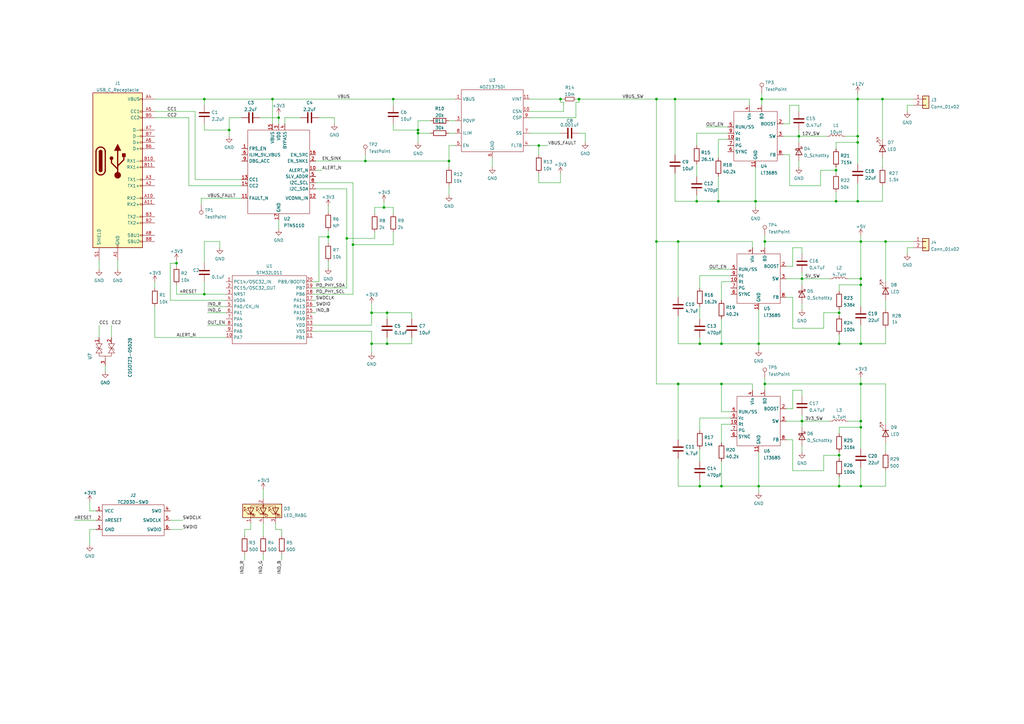
<source format=kicad_sch>
(kicad_sch (version 20211123) (generator eeschema)
  (paper "A3")
  (junction (at 237.49 40.64))
  (junction (at 287.02 140.97))
  (junction (at 158.75 128.27))
  (junction (at 83.82 120.65))
  (junction (at 220.98 59.69))
  (junction (at 295.91 157.48))
  (junction (at 83.82 40.64))
  (junction (at 152.4 140.97))
  (junction (at 351.79 40.64))
  (junction (at 353.06 114.3))
  (junction (at 313.69 157.48))
  (junction (at 142.24 97.79))
  (junction (at 327.66 55.88))
  (junction (at 295.91 199.39))
  (junction (at 328.93 114.3))
  (junction (at 313.69 99.06))
  (junction (at 278.13 157.48))
  (junction (at 229.87 40.64))
  (junction (at 363.22 99.06))
  (junction (at 309.88 82.55))
  (junction (at 311.15 199.39))
  (junction (at 344.17 140.97))
  (junction (at 158.75 140.97))
  (junction (at 278.13 99.06))
  (junction (at 294.64 82.55))
  (junction (at 269.24 40.64))
  (junction (at 287.02 199.39))
  (junction (at 161.29 40.64))
  (junction (at 353.06 172.72))
  (junction (at 353.06 99.06))
  (junction (at 353.06 157.48))
  (junction (at 353.06 199.39))
  (junction (at 328.93 172.72))
  (junction (at 344.17 199.39))
  (junction (at 311.15 140.97))
  (junction (at 295.91 140.97))
  (junction (at 114.3 48.26))
  (junction (at 342.9 82.55))
  (junction (at 285.75 82.55))
  (junction (at 269.24 99.06))
  (junction (at 351.79 58.42))
  (junction (at 276.86 40.64))
  (junction (at 157.48 85.09))
  (junction (at 134.62 97.155))
  (junction (at 353.06 175.26))
  (junction (at 149.86 66.04))
  (junction (at 342.9 69.85))
  (junction (at 353.06 140.97))
  (junction (at 351.79 55.88))
  (junction (at 93.98 53.34))
  (junction (at 344.17 186.69))
  (junction (at 312.42 40.64))
  (junction (at 171.45 53.34))
  (junction (at 152.4 128.27))
  (junction (at 184.15 66.04))
  (junction (at 171.45 54.61))
  (junction (at 72.39 107.95))
  (junction (at 111.76 40.64))
  (junction (at 353.06 116.84))
  (junction (at 344.17 128.27))
  (junction (at 361.95 40.64))
  (junction (at 144.78 100.33))
  (junction (at 351.79 82.55))
  (wire (pts (xy 171.45 53.34) (xy 161.29 53.34)))
  (wire (pts (xy 69.85 123.19) (xy 69.85 107.95)))
  (wire (pts (xy 149.86 63.5) (xy 149.86 66.04)))
  (wire (pts (xy 220.98 74.93) (xy 229.87 74.93)))
  (wire (pts (xy 309.88 82.55) (xy 309.88 85.09)))
  (wire (pts (xy 308.61 99.06) (xy 308.61 101.6)))
  (wire (pts (xy 134.62 107.315) (xy 134.62 109.855)))
  (wire (pts (xy 72.39 106.68) (xy 72.39 107.95)))
  (wire (pts (xy 63.5 115.57) (xy 63.5 118.11)))
  (wire (pts (xy 157.48 82.55) (xy 157.48 85.09)))
  (wire (pts (xy 83.82 53.34) (xy 93.98 53.34)))
  (wire (pts (xy 278.13 187.96) (xy 278.13 199.39)))
  (wire (pts (xy 278.13 157.48) (xy 278.13 180.34)))
  (wire (pts (xy 311.15 199.39) (xy 311.15 201.93)))
  (wire (pts (xy 344.17 195.58) (xy 344.17 199.39)))
  (wire (pts (xy 361.95 64.77) (xy 361.95 68.58)))
  (wire (pts (xy 363.22 199.39) (xy 353.06 199.39)))
  (wire (pts (xy 63.5 138.43) (xy 92.71 138.43)))
  (wire (pts (xy 45.72 133.35) (xy 45.72 138.43)))
  (wire (pts (xy 327.66 45.72) (xy 327.66 43.18)))
  (wire (pts (xy 322.58 109.22) (xy 325.12 109.22)))
  (wire (pts (xy 328.93 172.72) (xy 340.36 172.72)))
  (wire (pts (xy 114.3 90.17) (xy 114.3 93.98)))
  (wire (pts (xy 69.85 217.17) (xy 74.93 217.17)))
  (wire (pts (xy 328.93 182.88) (xy 328.93 185.42)))
  (wire (pts (xy 328.93 101.6) (xy 325.12 101.6)))
  (wire (pts (xy 327.66 55.88) (xy 327.66 58.42)))
  (wire (pts (xy 128.27 135.89) (xy 152.4 135.89)))
  (wire (pts (xy 323.85 76.2) (xy 336.55 76.2)))
  (wire (pts (xy 69.85 213.36) (xy 74.93 213.36)))
  (wire (pts (xy 115.57 227.33) (xy 115.57 229.87)))
  (wire (pts (xy 152.4 140.97) (xy 152.4 144.78)))
  (wire (pts (xy 83.82 120.65) (xy 92.71 120.65)))
  (wire (pts (xy 161.29 53.34) (xy 161.29 50.8)))
  (wire (pts (xy 372.11 101.6) (xy 372.11 104.14)))
  (wire (pts (xy 278.13 129.54) (xy 278.13 140.97)))
  (wire (pts (xy 295.91 157.48) (xy 308.61 157.48)))
  (wire (pts (xy 90.17 99.06) (xy 83.82 99.06)))
  (wire (pts (xy 295.91 189.23) (xy 295.91 199.39)))
  (wire (pts (xy 80.01 73.66) (xy 99.06 73.66)))
  (wire (pts (xy 43.18 149.86) (xy 43.18 152.4)))
  (wire (pts (xy 287.02 125.73) (xy 287.02 130.81)))
  (wire (pts (xy 236.22 41.91) (xy 237.49 41.91)))
  (wire (pts (xy 152.4 124.46) (xy 152.4 128.27)))
  (wire (pts (xy 161.29 40.64) (xy 186.69 40.64)))
  (wire (pts (xy 287.02 199.39) (xy 295.91 199.39)))
  (wire (pts (xy 63.5 45.72) (xy 80.01 45.72)))
  (wire (pts (xy 336.55 76.2) (xy 336.55 69.85)))
  (wire (pts (xy 142.24 118.11) (xy 142.24 97.79)))
  (wire (pts (xy 129.54 69.85) (xy 132.08 69.85)))
  (wire (pts (xy 328.93 114.3) (xy 328.93 116.84)))
  (wire (pts (xy 289.56 52.07) (xy 298.45 52.07)))
  (wire (pts (xy 201.93 64.77) (xy 201.93 68.58)))
  (wire (pts (xy 48.26 106.68) (xy 48.26 110.49)))
  (wire (pts (xy 83.82 50.8) (xy 83.82 53.34)))
  (wire (pts (xy 294.64 57.15) (xy 294.64 64.77)))
  (wire (pts (xy 325.12 121.92) (xy 325.12 134.62)))
  (wire (pts (xy 152.4 128.27) (xy 152.4 133.35)))
  (wire (pts (xy 353.06 140.97) (xy 353.06 133.35)))
  (wire (pts (xy 322.58 121.92) (xy 325.12 121.92)))
  (wire (pts (xy 311.15 140.97) (xy 311.15 143.51)))
  (wire (pts (xy 363.22 193.04) (xy 363.22 199.39)))
  (wire (pts (xy 361.95 40.64) (xy 351.79 40.64)))
  (wire (pts (xy 102.87 214.63) (xy 102.87 217.17)))
  (wire (pts (xy 321.31 55.88) (xy 327.66 55.88)))
  (wire (pts (xy 93.98 48.26) (xy 99.06 48.26)))
  (wire (pts (xy 374.65 43.18) (xy 372.11 43.18)))
  (wire (pts (xy 114.3 48.26) (xy 114.3 50.8)))
  (wire (pts (xy 353.06 99.06) (xy 353.06 114.3)))
  (wire (pts (xy 361.95 57.15) (xy 361.95 40.64)))
  (wire (pts (xy 361.95 76.2) (xy 361.95 82.55)))
  (wire (pts (xy 72.39 120.65) (xy 83.82 120.65)))
  (wire (pts (xy 157.48 85.09) (xy 153.67 85.09)))
  (wire (pts (xy 311.15 185.42) (xy 311.15 199.39)))
  (wire (pts (xy 287.02 140.97) (xy 295.91 140.97)))
  (wire (pts (xy 107.95 200.66) (xy 107.95 204.47)))
  (wire (pts (xy 168.91 140.97) (xy 158.75 140.97)))
  (wire (pts (xy 327.66 66.04) (xy 327.66 68.58)))
  (wire (pts (xy 186.69 59.69) (xy 184.15 59.69)))
  (wire (pts (xy 236.22 41.91) (xy 236.22 48.26)))
  (wire (pts (xy 299.72 113.03) (xy 287.02 113.03)))
  (wire (pts (xy 285.75 82.55) (xy 294.64 82.55)))
  (wire (pts (xy 353.06 175.26) (xy 353.06 184.15)))
  (wire (pts (xy 278.13 140.97) (xy 287.02 140.97)))
  (wire (pts (xy 344.17 137.16) (xy 344.17 140.97)))
  (wire (pts (xy 217.17 54.61) (xy 229.87 54.61)))
  (wire (pts (xy 168.91 128.27) (xy 158.75 128.27)))
  (wire (pts (xy 351.79 82.55) (xy 361.95 82.55)))
  (wire (pts (xy 100.33 217.17) (xy 100.33 219.71)))
  (wire (pts (xy 351.79 40.64) (xy 351.79 55.88)))
  (wire (pts (xy 299.72 171.45) (xy 287.02 171.45)))
  (wire (pts (xy 322.58 172.72) (xy 328.93 172.72)))
  (wire (pts (xy 63.5 138.43) (xy 63.5 125.73)))
  (wire (pts (xy 363.22 157.48) (xy 363.22 173.99)))
  (wire (pts (xy 353.06 99.06) (xy 363.22 99.06)))
  (wire (pts (xy 307.34 40.64) (xy 307.34 43.18)))
  (wire (pts (xy 276.86 71.12) (xy 276.86 82.55)))
  (wire (pts (xy 285.75 54.61) (xy 285.75 59.69)))
  (wire (pts (xy 337.82 186.69) (xy 344.17 186.69)))
  (wire (pts (xy 171.45 49.53) (xy 171.45 53.34)))
  (wire (pts (xy 308.61 157.48) (xy 308.61 160.02)))
  (wire (pts (xy 184.15 49.53) (xy 186.69 49.53)))
  (wire (pts (xy 294.64 82.55) (xy 309.88 82.55)))
  (wire (pts (xy 347.98 172.72) (xy 353.06 172.72)))
  (wire (pts (xy 93.98 48.26) (xy 93.98 53.34)))
  (wire (pts (xy 325.12 101.6) (xy 325.12 109.22)))
  (wire (pts (xy 217.17 40.64) (xy 229.87 40.64)))
  (wire (pts (xy 69.85 123.19) (xy 92.71 123.19)))
  (wire (pts (xy 353.06 154.94) (xy 353.06 157.48)))
  (wire (pts (xy 290.83 110.49) (xy 299.72 110.49)))
  (wire (pts (xy 153.67 85.09) (xy 153.67 87.63)))
  (wire (pts (xy 153.67 95.25) (xy 153.67 97.79)))
  (wire (pts (xy 220.98 59.69) (xy 220.98 63.5)))
  (wire (pts (xy 276.86 82.55) (xy 285.75 82.55)))
  (wire (pts (xy 344.17 175.26) (xy 353.06 175.26)))
  (wire (pts (xy 363.22 123.19) (xy 363.22 127)))
  (wire (pts (xy 168.91 130.81) (xy 168.91 128.27)))
  (wire (pts (xy 142.24 77.47) (xy 129.54 77.47)))
  (wire (pts (xy 287.02 184.15) (xy 287.02 189.23)))
  (wire (pts (xy 113.03 214.63) (xy 113.03 217.17)))
  (wire (pts (xy 116.84 50.8) (xy 116.84 48.26)))
  (wire (pts (xy 327.66 55.88) (xy 327.66 53.34)))
  (wire (pts (xy 184.15 76.2) (xy 184.15 80.01)))
  (wire (pts (xy 299.72 115.57) (xy 295.91 115.57)))
  (wire (pts (xy 363.22 134.62) (xy 363.22 140.97)))
  (wire (pts (xy 153.67 97.79) (xy 142.24 97.79)))
  (wire (pts (xy 106.68 48.26) (xy 114.3 48.26)))
  (wire (pts (xy 347.98 114.3) (xy 353.06 114.3)))
  (wire (pts (xy 344.17 140.97) (xy 353.06 140.97)))
  (wire (pts (xy 353.06 157.48) (xy 313.69 157.48)))
  (wire (pts (xy 128.27 125.73) (xy 129.54 125.73)))
  (wire (pts (xy 161.29 40.64) (xy 161.29 43.18)))
  (wire (pts (xy 237.49 54.61) (xy 240.03 54.61)))
  (wire (pts (xy 152.4 128.27) (xy 158.75 128.27)))
  (wire (pts (xy 313.69 96.52) (xy 313.69 99.06)))
  (wire (pts (xy 149.86 66.04) (xy 129.54 66.04)))
  (wire (pts (xy 130.81 97.155) (xy 134.62 97.155)))
  (wire (pts (xy 342.9 69.85) (xy 342.9 71.12)))
  (wire (pts (xy 161.29 95.25) (xy 161.29 100.33)))
  (wire (pts (xy 337.82 193.04) (xy 337.82 186.69)))
  (wire (pts (xy 171.45 53.34) (xy 171.45 54.61)))
  (wire (pts (xy 328.93 172.72) (xy 328.93 175.26)))
  (wire (pts (xy 107.95 227.33) (xy 107.95 229.87)))
  (wire (pts (xy 328.93 114.3) (xy 340.36 114.3)))
  (wire (pts (xy 240.03 54.61) (xy 240.03 58.42)))
  (wire (pts (xy 363.22 99.06) (xy 363.22 115.57)))
  (wire (pts (xy 327.66 55.88) (xy 339.09 55.88)))
  (wire (pts (xy 220.98 71.12) (xy 220.98 74.93)))
  (wire (pts (xy 237.49 40.64) (xy 236.22 40.64)))
  (wire (pts (xy 323.85 43.18) (xy 323.85 50.8)))
  (wire (pts (xy 184.15 54.61) (xy 186.69 54.61)))
  (wire (pts (xy 134.62 94.615) (xy 134.62 97.155)))
  (wire (pts (xy 342.9 78.74) (xy 342.9 82.55)))
  (wire (pts (xy 161.29 87.63) (xy 161.29 85.09)))
  (wire (pts (xy 342.9 69.85) (xy 342.9 68.58)))
  (wire (pts (xy 353.06 99.06) (xy 313.69 99.06)))
  (wire (pts (xy 351.79 38.1) (xy 351.79 40.64)))
  (wire (pts (xy 351.79 82.55) (xy 351.79 74.93)))
  (wire (pts (xy 344.17 128.27) (xy 344.17 127)))
  (wire (pts (xy 72.39 107.95) (xy 72.39 109.22)))
  (wire (pts (xy 353.06 157.48) (xy 363.22 157.48)))
  (wire (pts (xy 36.83 209.55) (xy 39.37 209.55)))
  (wire (pts (xy 309.88 68.58) (xy 309.88 82.55)))
  (wire (pts (xy 229.87 41.91) (xy 229.87 40.64)))
  (wire (pts (xy 285.75 80.01) (xy 285.75 82.55)))
  (wire (pts (xy 83.82 115.57) (xy 83.82 120.65)))
  (wire (pts (xy 313.69 99.06) (xy 313.69 101.6)))
  (wire (pts (xy 311.15 140.97) (xy 344.17 140.97)))
  (wire (pts (xy 337.82 128.27) (xy 344.17 128.27)))
  (wire (pts (xy 363.22 181.61) (xy 363.22 185.42)))
  (wire (pts (xy 113.03 217.17) (xy 115.57 217.17)))
  (wire (pts (xy 134.62 84.455) (xy 134.62 86.995)))
  (wire (pts (xy 294.64 72.39) (xy 294.64 82.55)))
  (wire (pts (xy 344.17 119.38) (xy 344.17 116.84)))
  (wire (pts (xy 269.24 157.48) (xy 278.13 157.48)))
  (wire (pts (xy 111.76 40.64) (xy 161.29 40.64)))
  (wire (pts (xy 269.24 99.06) (xy 269.24 157.48)))
  (wire (pts (xy 83.82 99.06) (xy 83.82 107.95)))
  (wire (pts (xy 344.17 199.39) (xy 353.06 199.39)))
  (wire (pts (xy 36.83 205.74) (xy 36.83 209.55)))
  (wire (pts (xy 311.15 199.39) (xy 344.17 199.39)))
  (wire (pts (xy 82.55 83.82) (xy 82.55 81.28)))
  (wire (pts (xy 312.42 40.64) (xy 312.42 43.18)))
  (wire (pts (xy 351.79 58.42) (xy 351.79 67.31)))
  (wire (pts (xy 30.48 213.36) (xy 39.37 213.36)))
  (wire (pts (xy 142.24 97.79) (xy 142.24 77.47)))
  (wire (pts (xy 325.12 180.34) (xy 325.12 193.04)))
  (wire (pts (xy 83.82 40.64) (xy 83.82 43.18)))
  (wire (pts (xy 161.29 100.33) (xy 144.78 100.33)))
  (wire (pts (xy 322.58 167.64) (xy 325.12 167.64)))
  (wire (pts (xy 80.01 45.72) (xy 80.01 73.66)))
  (wire (pts (xy 299.72 173.99) (xy 295.91 173.99)))
  (wire (pts (xy 220.98 59.69) (xy 224.79 59.69)))
  (wire (pts (xy 353.06 96.52) (xy 353.06 99.06)))
  (wire (pts (xy 278.13 157.48) (xy 295.91 157.48)))
  (wire (pts (xy 158.75 128.27) (xy 158.75 130.81)))
  (wire (pts (xy 353.06 199.39) (xy 353.06 191.77)))
  (wire (pts (xy 102.87 217.17) (xy 100.33 217.17)))
  (wire (pts (xy 278.13 99.06) (xy 278.13 121.92)))
  (wire (pts (xy 115.57 217.17) (xy 115.57 219.71)))
  (wire (pts (xy 278.13 199.39) (xy 287.02 199.39)))
  (wire (pts (xy 128.27 120.65) (xy 144.78 120.65)))
  (wire (pts (xy 327.66 43.18) (xy 323.85 43.18)))
  (wire (pts (xy 237.49 40.64) (xy 269.24 40.64)))
  (wire (pts (xy 344.17 186.69) (xy 344.17 185.42)))
  (wire (pts (xy 323.85 63.5) (xy 323.85 76.2)))
  (wire (pts (xy 353.06 116.84) (xy 353.06 125.73)))
  (wire (pts (xy 372.11 43.18) (xy 372.11 45.72)))
  (wire (pts (xy 342.9 58.42) (xy 351.79 58.42)))
  (wire (pts (xy 90.17 101.6) (xy 90.17 99.06)))
  (wire (pts (xy 295.91 173.99) (xy 295.91 181.61)))
  (wire (pts (xy 217.17 45.72) (xy 231.14 45.72)))
  (wire (pts (xy 328.93 114.3) (xy 328.93 111.76)))
  (wire (pts (xy 363.22 99.06) (xy 374.65 99.06)))
  (wire (pts (xy 309.88 82.55) (xy 342.9 82.55)))
  (wire (pts (xy 130.81 48.26) (xy 137.16 48.26)))
  (wire (pts (xy 346.71 55.88) (xy 351.79 55.88)))
  (wire (pts (xy 229.87 40.64) (xy 231.14 40.64)))
  (wire (pts (xy 107.95 214.63) (xy 107.95 219.71)))
  (wire (pts (xy 276.86 40.64) (xy 276.86 63.5)))
  (wire (pts (xy 137.16 48.26) (xy 137.16 50.8)))
  (wire (pts (xy 40.64 106.68) (xy 40.64 110.49)))
  (wire (pts (xy 353.06 114.3) (xy 353.06 116.84)))
  (wire (pts (xy 158.75 140.97) (xy 152.4 140.97)))
  (wire (pts (xy 351.79 55.88) (xy 351.79 58.42)))
  (wire (pts (xy 269.24 40.64) (xy 276.86 40.64)))
  (wire (pts (xy 342.9 82.55) (xy 351.79 82.55)))
  (wire (pts (xy 325.12 134.62) (xy 337.82 134.62)))
  (wire (pts (xy 269.24 99.06) (xy 278.13 99.06)))
  (wire (pts (xy 144.78 120.65) (xy 144.78 100.33)))
  (wire (pts (xy 361.95 40.64) (xy 374.65 40.64)))
  (wire (pts (xy 231.14 41.91) (xy 231.14 45.72)))
  (wire (pts (xy 322.58 180.34) (xy 325.12 180.34)))
  (wire (pts (xy 287.02 138.43) (xy 287.02 140.97)))
  (wire (pts (xy 295.91 140.97) (xy 311.15 140.97)))
  (wire (pts (xy 69.85 107.95) (xy 72.39 107.95)))
  (wire (pts (xy 278.13 99.06) (xy 308.61 99.06)))
  (wire (pts (xy 336.55 69.85) (xy 342.9 69.85)))
  (wire (pts (xy 299.72 168.91) (xy 295.91 168.91)))
  (wire (pts (xy 312.42 38.1) (xy 312.42 40.64)))
  (wire (pts (xy 77.47 48.26) (xy 63.5 48.26)))
  (wire (pts (xy 295.91 199.39) (xy 311.15 199.39)))
  (wire (pts (xy 322.58 114.3) (xy 328.93 114.3)))
  (wire (pts (xy 363.22 140.97) (xy 353.06 140.97)))
  (wire (pts (xy 184.15 66.04) (xy 149.86 66.04)))
  (wire (pts (xy 237.49 41.91) (xy 237.49 40.64)))
  (wire (pts (xy 337.82 134.62) (xy 337.82 128.27)))
  (wire (pts (xy 236.22 48.26) (xy 217.17 48.26)))
  (wire (pts (xy 152.4 135.89) (xy 152.4 140.97)))
  (wire (pts (xy 99.06 76.2) (xy 77.47 76.2)))
  (wire (pts (xy 83.82 40.64) (xy 111.76 40.64)))
  (wire (pts (xy 328.93 104.14) (xy 328.93 101.6)))
  (wire (pts (xy 128.27 128.27) (xy 129.54 128.27)))
  (wire (pts (xy 295.91 157.48) (xy 295.91 168.91)))
  (wire (pts (xy 328.93 162.56) (xy 328.93 160.02)))
  (wire (pts (xy 325.12 193.04) (xy 337.82 193.04)))
  (wire (pts (xy 276.86 40.64) (xy 307.34 40.64)))
  (wire (pts (xy 351.79 40.64) (xy 312.42 40.64)))
  (wire (pts (xy 134.62 97.155) (xy 134.62 99.695)))
  (wire (pts (xy 176.53 49.53) (xy 171.45 49.53)))
  (wire (pts (xy 298.45 57.15) (xy 294.64 57.15)))
  (wire (pts (xy 344.17 128.27) (xy 344.17 129.54)))
  (wire (pts (xy 128.27 123.19) (xy 129.54 123.19)))
  (wire (pts (xy 344.17 116.84) (xy 353.06 116.84)))
  (wire (pts (xy 313.69 154.94) (xy 313.69 157.48)))
  (wire (pts (xy 321.31 50.8) (xy 323.85 50.8)))
  (wire (pts (xy 328.93 172.72) (xy 328.93 170.18)))
  (wire (pts (xy 321.31 63.5) (xy 323.85 63.5)))
  (wire (pts (xy 344.17 186.69) (xy 344.17 187.96)))
  (wire (pts (xy 171.45 54.61) (xy 171.45 58.42)))
  (wire (pts (xy 63.5 40.64) (xy 83.82 40.64)))
  (wire (pts (xy 144.78 74.93) (xy 129.54 74.93)))
  (wire (pts (xy 72.39 120.65) (xy 72.39 116.84)))
  (wire (pts (xy 184.15 66.04) (xy 184.15 68.58)))
  (wire (pts (xy 111.76 40.64) (xy 111.76 50.8)))
  (wire (pts (xy 161.29 85.09) (xy 157.48 85.09)))
  (wire (pts (xy 287.02 171.45) (xy 287.02 176.53)))
  (wire (pts (xy 36.83 217.17) (xy 39.37 217.17)))
  (wire (pts (xy 231.14 41.91) (xy 229.87 41.91)))
  (wire (pts (xy 295.91 130.81) (xy 295.91 140.97)))
  (wire (pts (xy 100.33 227.33) (xy 100.33 229.87)))
  (wire (pts (xy 295.91 115.57) (xy 295.91 123.19)))
  (wire (pts (xy 325.12 160.02) (xy 325.12 167.64)))
  (wire (pts (xy 128.27 118.11) (xy 142.24 118.11)))
  (wire (pts (xy 85.09 125.73) (xy 92.71 125.73)))
  (wire (pts (xy 328.93 124.46) (xy 328.93 127)))
  (wire (pts (xy 85.09 133.35) (xy 92.71 133.35)))
  (wire (pts (xy 217.17 59.69) (xy 220.98 59.69)))
  (wire (pts (xy 77.47 76.2) (xy 77.47 48.26)))
  (wire (pts (xy 313.69 157.48) (xy 313.69 160.02)))
  (wire (pts (xy 285.75 67.31) (xy 285.75 72.39)))
  (wire (pts (xy 287.02 196.85) (xy 287.02 199.39)))
  (wire (pts (xy 298.45 54.61) (xy 285.75 54.61)))
  (wire (pts (xy 184.15 59.69) (xy 184.15 66.04)))
  (wire (pts (xy 36.83 217.17) (xy 36.83 223.52)))
  (wire (pts (xy 93.98 53.34) (xy 93.98 55.88)))
  (wire (pts (xy 40.64 133.35) (xy 40.64 138.43)))
  (wire (pts (xy 144.78 100.33) (xy 144.78 74.93)))
  (wire (pts (xy 128.27 115.57) (xy 130.81 115.57)))
  (wire (pts (xy 342.9 60.96) (xy 342.9 58.42)))
  (wire (pts (xy 229.87 74.93) (xy 229.87 71.12)))
  (wire (pts (xy 114.3 46.99) (xy 114.3 48.26)))
  (wire (pts (xy 168.91 138.43) (xy 168.91 140.97)))
  (wire (pts (xy 116.84 48.26) (xy 123.19 48.26)))
  (wire (pts (xy 353.06 172.72) (xy 353.06 175.26)))
  (wire (pts (xy 344.17 177.8) (xy 344.17 175.26)))
  (wire (pts (xy 130.81 115.57) (xy 130.81 97.155)))
  (wire (pts (xy 82.55 81.28) (xy 99.06 81.28)))
  (wire (pts (xy 374.65 101.6) (xy 372.11 101.6)))
  (wire (pts (xy 311.15 127) (xy 311.15 140.97)))
  (wire (pts (xy 328.93 160.02) (xy 325.12 160.02)))
  (wire (pts (xy 269.24 40.64) (xy 269.24 99.06)))
  (wire (pts (xy 353.06 157.48) (xy 353.06 172.72)))
  (wire (pts (xy 128.27 133.35) (xy 152.4 133.35)))
  (wire (pts (xy 85.09 128.27) (xy 92.71 128.27)))
  (wire (pts (xy 158.75 138.43) (xy 158.75 140.97)))
  (wire (pts (xy 176.53 54.61) (xy 171.45 54.61)))
  (wire (pts (xy 287.02 113.03) (xy 287.02 118.11)))
  (label "SWDCLK" (at 129.54 123.19 0))
  (label "SWDCLK" (at 74.93 213.36 0))
  (label "CC2" (at 68.58 48.26 0))
  (label "OUT_EN" (at 290.83 110.49 0))
  (label "3V3_SW" (at 330.2 172.72 0))
  (label "OUT_EN" (at 289.56 52.07 0))
  (label "IND_R" (at 85.09 125.73 0))
  (label "IND_B" (at 129.54 128.27 0))
  (label "5V_SW" (at 330.2 114.3 0))
  (label "OUT_EN" (at 85.09 133.35 0))
  (label "IND_G" (at 107.95 229.87 270))
  (label "nRESET" (at 73.66 120.65 0))
  (label "IND_R" (at 100.33 229.87 270))
  (label "SWDIO" (at 74.93 217.17 0))
  (label "CC1" (at 40.64 133.35 0))
  (label "VBUS" (at 138.43 40.64 0))
  (label "VBUS_FAULT" (at 85.09 81.28 0))
  (label "nRESET" (at 30.48 213.36 0))
  (label "CC2" (at 45.72 133.35 0))
  (label "IND_B" (at 115.57 229.87 270))
  (label "PD_PHY_SCL" (at 129.54 120.65 0))
  (label "VBUS_SW" (at 255.27 40.64 0))
  (label "SWDIO" (at 129.54 125.73 0))
  (label "ALERT_N" (at 132.08 69.85 0))
  (label "PD_PHY_SDA" (at 129.54 118.11 0))
  (label "CC1" (at 68.58 45.72 0))
  (label "IND_G" (at 85.09 128.27 0))
  (label "VBUS_FAULT" (at 224.79 59.69 0))
  (label "ALERT_N" (at 72.39 138.43 0))
  (label "12V_SW" (at 328.93 55.88 0))
  (label "EN_SINK" (at 132.08 66.04 0))
  (symbol (lib_id "Device:C") (at 276.86 67.31 0) (unit 1)
    (property "Reference" "C9" (at 279.781 66.4015 0) (effects (justify left)))
    (property "Value" "10uF" (at 279.781 69.1766 0) (effects (justify left)))
    (property "Footprint" "Capacitor_SMD:C_0805_2012Metric" (effects hide))
  )
  (symbol (lib_id "power:GND") (at 372.11 104.14 0) (unit 1)
    (property "Reference" "#PWR0103" (effects hide))
    (property "Value" "GND" (at 372.11 108.7025 0))
  )
  (symbol (lib_id "Device:D_Schottky") (at 327.66 62.23 270) (unit 1)
    (property "Reference" "D4" (at 329.692 61.004 90) (effects (justify left)))
    (property "Value" "D_Schottky" (at 329.692 63.7791 90) (effects (justify left)))
    (property "Footprint" "Diode_SMD:D_SMB" (effects hide))
  )
  (symbol (lib_id "power:GND") (at 40.64 110.49 0) (unit 1)
    (property "Reference" "#PWR0133" (effects hide))
    (property "Value" "GND" (at 40.64 115.0525 0))
  )
  (symbol (lib_id "power:GND") (at 240.03 58.42 0) (unit 1)
    (property "Reference" "#PWR0112" (effects hide))
    (property "Value" "GND" (at 240.03 62.9825 0))
  )
  (symbol (lib_id "Device:C") (at 287.02 134.62 0) (unit 1)
    (property "Reference" "C13" (at 289.941 133.7115 0) (effects (justify left)))
    (property "Value" "470pF" (at 289.941 136.4866 0) (effects (justify left)))
    (property "Footprint" "Capacitor_SMD:C_0805_2012Metric" (effects hide))
  )
  (symbol (lib_id "Device:C") (at 161.29 46.99 0) (unit 1)
    (property "Reference" "C6" (at 164.211 46.0815 0) (effects (justify left)))
    (property "Value" "10uF" (at 164.211 48.8566 0) (effects (justify left)))
    (property "Footprint" "Capacitor_SMD:C_0805_2012Metric" (effects hide))
  )
  (symbol (lib_id "power:GND") (at 93.98 55.88 0) (unit 1)
    (property "Reference" "#PWR0124" (effects hide))
    (property "Value" "GND" (at 93.98 60.4425 0))
  )
  (symbol (lib_id "Device:C") (at 233.68 54.61 90) (unit 1)
    (property "Reference" "C8" (at 233.68 49.53 90))
    (property "Value" "0.001uF" (at 233.68 51.2596 90))
    (property "Footprint" "Capacitor_SMD:C_0805_2012Metric" (effects hide))
  )
  (symbol (lib_id "Device:C") (at 328.93 166.37 0) (unit 1)
    (property "Reference" "C17" (at 331.851 165.4615 0) (effects (justify left)))
    (property "Value" "0.47uF" (at 331.851 168.2366 0) (effects (justify left)))
    (property "Footprint" "Capacitor_SMD:C_0805_2012Metric" (effects hide))
  )
  (symbol (lib_id "Device:R") (at 344.17 133.35 0) (unit 1)
    (property "Reference" "R24" (at 345.948 132.4415 0) (effects (justify left)))
    (property "Value" "100k" (at 345.948 135.2166 0) (effects (justify left)))
    (property "Footprint" "Resistor_SMD:R_0805_2012Metric" (effects hide))
  )
  (symbol (lib_id "power:GND") (at 36.83 223.52 0) (unit 1)
    (property "Reference" "#PWR0128" (effects hide))
    (property "Value" "GND" (at 36.83 228.0825 0))
  )
  (symbol (lib_id "power:GND") (at 328.93 127 0) (unit 1)
    (property "Reference" "#PWR0104" (effects hide))
    (property "Value" "GND" (at 328.93 131.5625 0))
  )
  (symbol (lib_id "Device:C") (at 278.13 184.15 0) (unit 1)
    (property "Reference" "C11" (at 281.051 183.2415 0) (effects (justify left)))
    (property "Value" "4.7uF" (at 281.051 186.0166 0) (effects (justify left)))
    (property "Footprint" "Capacitor_SMD:C_0805_2012Metric" (effects hide))
  )
  (symbol (lib_id "Device:R") (at 72.39 113.03 180) (unit 1)
    (property "Reference" "R2" (at 74.168 112.1215 0) (effects (justify right)))
    (property "Value" "10k" (at 74.168 114.8966 0) (effects (justify right)))
    (property "Footprint" "Resistor_SMD:R_0805_2012Metric" (effects hide))
  )
  (symbol (lib_id "Device:R") (at 361.95 72.39 180) (unit 1)
    (property "Reference" "R27" (at 364.49 71.1199 0) (effects (justify right)))
    (property "Value" "1.5k" (at 364.49 73.6599 0) (effects (justify right)))
    (property "Footprint" "Resistor_SMD:R_0805_2012Metric" (effects hide))
  )
  (symbol (lib_id "Device:C") (at 287.02 193.04 0) (unit 1)
    (property "Reference" "C14" (at 289.941 192.1315 0) (effects (justify left)))
    (property "Value" "470pF" (at 289.941 194.9066 0) (effects (justify left)))
    (property "Footprint" "Capacitor_SMD:C_0805_2012Metric" (effects hide))
  )
  (symbol (lib_id "Connector:TestPoint") (at 313.69 154.94 0) (unit 1)
    (property "Reference" "TP5" (at 315.087 150.7295 0) (effects (justify left)))
    (property "Value" "TestPoint" (at 315.087 153.5046 0) (effects (justify left)))
    (property "Footprint" "TestPoint:TestPoint_Pad_D2.0mm" (effects hide))
  )
  (symbol (lib_id "Connector:TestPoint") (at 312.42 38.1 0) (unit 1)
    (property "Reference" "TP3" (at 313.817 33.8895 0) (effects (justify left)))
    (property "Value" "TestPoint" (at 313.817 36.6646 0) (effects (justify left)))
    (property "Footprint" "TestPoint:TestPoint_Pad_D2.0mm" (effects hide))
  )
  (symbol (lib_id "Connector_Generic:Conn_01x02") (at 379.73 40.64 0) (unit 1)
    (property "Reference" "J3" (at 381.762 41.0015 0) (effects (justify left)))
    (property "Value" "Conn_01x02" (at 381.762 43.7766 0) (effects (justify left)))
    (property "Footprint" "Custom:PhoenixContact_1823638" (effects hide))
  )
  (symbol (lib_id "power:GND") (at 171.45 58.42 0) (unit 1)
    (property "Reference" "#PWR0121" (effects hide))
    (property "Value" "GND" (at 171.45 62.9825 0))
  )
  (symbol (lib_id "Device:R") (at 184.15 72.39 0) (unit 1)
    (property "Reference" "R12" (at 185.928 71.4815 0) (effects (justify left)))
    (property "Value" "10k" (at 185.928 74.2566 0) (effects (justify left)))
    (property "Footprint" "Resistor_SMD:R_0805_2012Metric" (effects hide))
  )
  (symbol (lib_id "power:GND") (at 327.66 68.58 0) (unit 1)
    (property "Reference" "#PWR0107" (effects hide))
    (property "Value" "GND" (at 327.66 73.1425 0))
  )
  (symbol (lib_id "power:+3.3V") (at 152.4 124.46 0) (unit 1)
    (property "Reference" "#PWR0116" (effects hide))
    (property "Value" "+3.3V" (at 152.4 120.8555 0))
  )
  (symbol (lib_id "Device:R") (at 295.91 127 180) (unit 1)
    (property "Reference" "R19" (at 297.688 126.0915 0) (effects (justify right)))
    (property "Value" "40.2k" (at 297.688 128.8666 0) (effects (justify right)))
    (property "Footprint" "Resistor_SMD:R_0805_2012Metric" (effects hide))
  )
  (symbol (lib_id "Device:R") (at 287.02 180.34 180) (unit 1)
    (property "Reference" "R17" (at 288.798 179.4315 0) (effects (justify right)))
    (property "Value" "14k" (at 288.798 182.2066 0) (effects (justify right)))
    (property "Footprint" "Resistor_SMD:R_0805_2012Metric" (effects hide))
  )
  (symbol (lib_id "Custom:LT3685") (at 311.15 172.72 0) (unit 1)
    (property "Reference" "U6" (at 313.1694 184.9787 0) (effects (justify left)))
    (property "Value" "LT3685" (at 313.1694 187.7538 0) (effects (justify left)))
    (property "Footprint" "Custom:DFN-10" (effects hide))
  )
  (symbol (lib_id "Device:C") (at 102.87 48.26 90) (unit 1)
    (property "Reference" "C3" (at 102.87 42.1345 90))
    (property "Value" "2.2uF" (at 102.87 44.9096 90))
    (property "Footprint" "Capacitor_SMD:C_0805_2012Metric" (effects hide))
  )
  (symbol (lib_id "Device:R") (at 287.02 121.92 180) (unit 1)
    (property "Reference" "R16" (at 288.798 121.0115 0) (effects (justify right)))
    (property "Value" "16.2k" (at 288.798 123.7866 0) (effects (justify right)))
    (property "Footprint" "Resistor_SMD:R_0805_2012Metric" (effects hide))
  )
  (symbol (lib_id "Connector:USB_C_Receptacle") (at 48.26 66.04 0) (unit 1)
    (property "Reference" "J1" (at 48.26 34.1335 0))
    (property "Value" "USB_C_Receptacle" (at 48.26 36.9086 0))
    (property "Footprint" "Custom:Wurth_632723300011" (effects hide))
    (property "Datasheet" "https://www.usb.org/sites/default/files/documents/usb_type-c.zip" (effects hide))
  )
  (symbol (lib_id "Connector:TestPoint") (at 82.55 83.82 180) (unit 1)
    (property "Reference" "TP1" (at 83.947 86.2135 0) (effects (justify right)))
    (property "Value" "TestPoint" (at 83.947 88.9886 0) (effects (justify right)))
    (property "Footprint" "TestPoint:TestPoint_Pad_D2.0mm" (effects hide))
  )
  (symbol (lib_id "Connector:TestPoint") (at 313.69 96.52 0) (unit 1)
    (property "Reference" "TP4" (at 315.087 92.3095 0) (effects (justify left)))
    (property "Value" "TestPoint" (at 315.087 95.0846 0) (effects (justify left)))
    (property "Footprint" "TestPoint:TestPoint_Pad_D2.0mm" (effects hide))
  )
  (symbol (lib_id "Device:C") (at 83.82 46.99 180) (unit 1)
    (property "Reference" "C1" (at 86.741 46.0815 0) (effects (justify right)))
    (property "Value" "2.2uF" (at 86.741 48.8566 0) (effects (justify right)))
    (property "Footprint" "Capacitor_SMD:C_0805_2012Metric" (effects hide))
  )
  (symbol (lib_id "Device:LED") (at 361.95 60.96 270) (unit 1)
    (property "Reference" "D7" (at 363.982 58.464 90) (effects (justify left)))
    (property "Value" "LED" (at 363.982 61.2391 90) (effects (justify left)))
    (property "Footprint" "LED_SMD:LED_0805_2012Metric" (effects hide))
  )
  (symbol (lib_id "power:GND") (at 201.93 68.58 0) (unit 1)
    (property "Reference" "#PWR0130" (effects hide))
    (property "Value" "GND" (at 201.93 73.1425 0))
  )
  (symbol (lib_id "Custom:PTN5110") (at 114.3 69.85 0) (unit 1)
    (property "Reference" "U2" (at 116.3194 89.7287 0) (effects (justify left)))
    (property "Value" "PTN5110" (at 116.3194 92.5038 0) (effects (justify left)))
    (property "Footprint" "Custom:HX2QFN16" (effects hide))
  )
  (symbol (lib_id "Device:R") (at 153.67 91.44 0) (unit 1)
    (property "Reference" "R8" (at 155.448 90.5315 0) (effects (justify left)))
    (property "Value" "2k" (at 155.448 93.3066 0) (effects (justify left)))
    (property "Footprint" "Resistor_SMD:R_0805_2012Metric" (effects hide))
  )
  (symbol (lib_id "Device:L") (at 344.17 114.3 90) (unit 1)
    (property "Reference" "L2" (at 344.17 109.8255 90))
    (property "Value" "4.7uH" (at 344.17 112.6006 90))
    (property "Footprint" "Custom:SRP0620" (effects hide))
  )
  (symbol (lib_id "Device:D_Schottky") (at 328.93 120.65 270) (unit 1)
    (property "Reference" "D5" (at 330.962 119.424 90) (effects (justify left)))
    (property "Value" "D_Schottky" (at 330.962 122.1991 90) (effects (justify left)))
    (property "Footprint" "Diode_SMD:D_SMB" (effects hide))
  )
  (symbol (lib_id "Connector_Generic:Conn_01x02") (at 379.73 99.06 0) (unit 1)
    (property "Reference" "J4" (at 381.762 99.4215 0) (effects (justify left)))
    (property "Value" "Conn_01x02" (at 381.762 102.1966 0) (effects (justify left)))
    (property "Footprint" "Custom:PhoenixContact_1823638" (effects hide))
  )
  (symbol (lib_id "Device:R") (at 180.34 49.53 90) (unit 1)
    (property "Reference" "R10" (at 180.34 44.5475 90))
    (property "Value" "20k" (at 180.34 47.3226 90))
    (property "Footprint" "Resistor_SMD:R_0805_2012Metric" (effects hide))
  )
  (symbol (lib_id "Device:R") (at 180.34 54.61 90) (unit 1)
    (property "Reference" "R11" (at 180.34 49.6275 90))
    (property "Value" "30k" (at 180.34 52.4026 90))
    (property "Footprint" "Resistor_SMD:R_0805_2012Metric" (effects hide))
  )
  (symbol (lib_id "Device:C") (at 328.93 107.95 0) (unit 1)
    (property "Reference" "C16" (at 331.851 107.0415 0) (effects (justify left)))
    (property "Value" "0.47uF" (at 331.851 109.8166 0) (effects (justify left)))
    (property "Footprint" "Capacitor_SMD:C_0805_2012Metric" (effects hide))
  )
  (symbol (lib_id "Device:R") (at 161.29 91.44 0) (unit 1)
    (property "Reference" "R9" (at 163.068 90.5315 0) (effects (justify left)))
    (property "Value" "2k" (at 163.068 93.3066 0) (effects (justify left)))
    (property "Footprint" "Resistor_SMD:R_0805_2012Metric" (effects hide))
  )
  (symbol (lib_id "Device:C") (at 353.06 129.54 0) (unit 1)
    (property "Reference" "C19" (at 355.981 128.6315 0) (effects (justify left)))
    (property "Value" "22uF" (at 355.981 131.4066 0) (effects (justify left)))
    (property "Footprint" "Capacitor_SMD:C_0805_2012Metric" (effects hide))
  )
  (symbol (lib_id "power:GND") (at 372.11 45.72 0) (unit 1)
    (property "Reference" "#PWR0102" (effects hide))
    (property "Value" "GND" (at 372.11 50.2825 0))
  )
  (symbol (lib_id "Device:C") (at 351.79 71.12 0) (unit 1)
    (property "Reference" "C18" (at 354.711 70.2115 0) (effects (justify left)))
    (property "Value" "22uF" (at 354.711 72.9866 0) (effects (justify left)))
    (property "Footprint" "Capacitor_SMD:C_0805_2012Metric" (effects hide))
  )
  (symbol (lib_id "Device:R") (at 285.75 63.5 180) (unit 1)
    (property "Reference" "R15" (at 287.528 62.5915 0) (effects (justify right)))
    (property "Value" "26.1k" (at 287.528 65.3666 0) (effects (justify right)))
    (property "Footprint" "Resistor_SMD:R_0805_2012Metric" (effects hide))
  )
  (symbol (lib_id "power:+3V3") (at 353.06 154.94 0) (unit 1)
    (property "Reference" "#PWR0105" (effects hide))
    (property "Value" "+3V3" (at 353.06 151.3355 0))
  )
  (symbol (lib_id "Device:L") (at 342.9 55.88 90) (unit 1)
    (property "Reference" "L1" (at 342.9 51.4055 90))
    (property "Value" "10uH" (at 342.9 54.1806 90))
    (property "Footprint" "Custom:SRP0620" (effects hide))
  )
  (symbol (lib_id "Device:LED_RABG") (at 107.95 209.55 90) (unit 1)
    (property "Reference" "D3" (at 116.332 208.6415 90) (effects (justify right)))
    (property "Value" "LED_RABG" (at 116.332 211.4166 90) (effects (justify right)))
    (property "Footprint" "LED_SMD:LED_Cree-PLCC4_3.2x2.8mm_CCW" (effects hide))
  )
  (symbol (lib_id "power:GND") (at 184.15 80.01 0) (unit 1)
    (property "Reference" "#PWR0120" (effects hide))
    (property "Value" "GND" (at 184.15 84.5725 0))
  )
  (symbol (lib_id "Device:R") (at 63.5 121.92 180) (unit 1)
    (property "Reference" "R1" (at 65.278 121.0115 0) (effects (justify right)))
    (property "Value" "10k" (at 65.278 123.7866 0) (effects (justify right)))
    (property "Footprint" "Resistor_SMD:R_0805_2012Metric" (effects hide))
  )
  (symbol (lib_id "power:+3.3V") (at 134.62 84.455 0) (unit 1)
    (property "Reference" "#PWR0118" (effects hide))
    (property "Value" "+3.3V" (at 134.62 80.8505 0))
  )
  (symbol (lib_id "Device:R") (at 220.98 67.31 0) (unit 1)
    (property "Reference" "R13" (at 222.758 66.4015 0) (effects (justify left)))
    (property "Value" "10k" (at 222.758 69.1766 0) (effects (justify left)))
    (property "Footprint" "Resistor_SMD:R_0805_2012Metric" (effects hide))
  )
  (symbol (lib_id "power:GND") (at 311.15 201.93 0) (unit 1)
    (property "Reference" "#PWR0111" (effects hide))
    (property "Value" "GND" (at 311.15 206.4925 0))
  )
  (symbol (lib_id "Custom:LT3685") (at 311.15 114.3 0) (unit 1)
    (property "Reference" "U5" (at 313.1694 126.5587 0) (effects (justify left)))
    (property "Value" "LT3685" (at 313.1694 129.3338 0) (effects (justify left)))
    (property "Footprint" "Custom:DFN-10" (effects hide))
  )
  (symbol (lib_id "Device:R") (at 107.95 223.52 180) (unit 1)
    (property "Reference" "R4" (at 109.728 222.6115 0) (effects (justify right)))
    (property "Value" "500" (at 109.728 225.3866 0) (effects (justify right)))
    (property "Footprint" "Resistor_SMD:R_0805_2012Metric" (effects hide))
  )
  (symbol (lib_id "Custom:LT3685") (at 309.88 55.88 0) (unit 1)
    (property "Reference" "U4" (at 311.8994 68.1387 0) (effects (justify left)))
    (property "Value" "LT3685" (at 311.8994 70.9138 0) (effects (justify left)))
    (property "Footprint" "Custom:DFN-10" (effects hide))
  )
  (symbol (lib_id "Device:LED") (at 363.22 177.8 270) (unit 1)
    (property "Reference" "D9" (at 365.252 175.304 90) (effects (justify left)))
    (property "Value" "LED" (at 365.252 178.0791 90) (effects (justify left)))
    (property "Footprint" "LED_SMD:LED_0805_2012Metric" (effects hide))
  )
  (symbol (lib_id "power:GND") (at 114.3 93.98 0) (unit 1)
    (property "Reference" "#PWR0123" (effects hide))
    (property "Value" "GND" (at 114.3 98.5425 0))
  )
  (symbol (lib_id "Device:R") (at 294.64 68.58 180) (unit 1)
    (property "Reference" "R18" (at 296.418 67.6715 0) (effects (justify right)))
    (property "Value" "40.2k" (at 296.418 70.4466 0) (effects (justify right)))
    (property "Footprint" "Resistor_SMD:R_0805_2012Metric" (effects hide))
  )
  (symbol (lib_id "power:+3.3V") (at 157.48 82.55 0) (unit 1)
    (property "Reference" "#PWR0119" (effects hide))
    (property "Value" "+3.3V" (at 157.48 78.9455 0))
  )
  (symbol (lib_id "Device:C") (at 127 48.26 90) (unit 1)
    (property "Reference" "C4" (at 127 42.1345 90))
    (property "Value" "2.2uF" (at 127 44.9096 90))
    (property "Footprint" "Capacitor_SMD:C_0805_2012Metric" (effects hide))
  )
  (symbol (lib_id "power:+3V3") (at 72.39 106.68 0) (unit 1)
    (property "Reference" "#PWR0115" (effects hide))
    (property "Value" "+3V3" (at 72.39 103.0755 0))
  )
  (symbol (lib_id "Device:R") (at 134.62 90.805 0) (unit 1)
    (property "Reference" "R6" (at 136.398 89.8965 0) (effects (justify left)))
    (property "Value" "NP" (at 136.398 92.6716 0) (effects (justify left)))
    (property "Footprint" "Resistor_SMD:R_0805_2012Metric" (effects hide))
  )
  (symbol (lib_id "Device:C") (at 278.13 125.73 0) (unit 1)
    (property "Reference" "C10" (at 281.051 124.8215 0) (effects (justify left)))
    (property "Value" "4.7uF" (at 281.051 127.5966 0) (effects (justify left)))
    (property "Footprint" "Capacitor_SMD:C_0805_2012Metric" (effects hide))
  )
  (symbol (lib_id "power:GND") (at 328.93 185.42 0) (unit 1)
    (property "Reference" "#PWR0110" (effects hide))
    (property "Value" "GND" (at 328.93 189.9825 0))
  )
  (symbol (lib_id "Device:R") (at 342.9 74.93 0) (unit 1)
    (property "Reference" "R22" (at 344.678 74.0215 0) (effects (justify left)))
    (property "Value" "50k" (at 344.678 76.7966 0) (effects (justify left)))
    (property "Footprint" "Resistor_SMD:R_0805_2012Metric" (effects hide))
  )
  (symbol (lib_id "power:+3V3") (at 229.87 71.12 0) (unit 1)
    (property "Reference" "#PWR0129" (effects hide))
    (property "Value" "+3V3" (at 229.87 67.5155 0))
  )
  (symbol (lib_id "Device:R") (at 342.9 64.77 180) (unit 1)
    (property "Reference" "R21" (at 344.678 63.8615 0) (effects (justify right)))
    (property "Value" "715k" (at 344.678 66.6366 0) (effects (justify right)))
    (property "Footprint" "Resistor_SMD:R_0805_2012Metric" (effects hide))
  )
  (symbol (lib_id "Device:R") (at 344.17 191.77 0) (unit 1)
    (property "Reference" "R26" (at 345.948 190.8615 0) (effects (justify left)))
    (property "Value" "100k" (at 345.948 193.6366 0) (effects (justify left)))
    (property "Footprint" "Resistor_SMD:R_0805_2012Metric" (effects hide))
  )
  (symbol (lib_id "Device:L") (at 344.17 172.72 90) (unit 1)
    (property "Reference" "L3" (at 344.17 168.2455 90))
    (property "Value" "4.7uH" (at 344.17 171.0206 90))
    (property "Footprint" "Custom:SRP0620" (effects hide))
  )
  (symbol (lib_id "Device:R") (at 115.57 223.52 0) (unit 1)
    (property "Reference" "R5" (at 117.348 222.6115 0) (effects (justify left)))
    (property "Value" "500" (at 117.348 225.3866 0) (effects (justify left)))
    (property "Footprint" "Resistor_SMD:R_0805_2012Metric" (effects hide))
  )
  (symbol (lib_id "Device:R") (at 134.62 103.505 0) (unit 1)
    (property "Reference" "R7" (at 136.398 102.5965 0) (effects (justify left)))
    (property "Value" "10k" (at 136.398 105.3716 0) (effects (justify left)))
    (property "Footprint" "Resistor_SMD:R_0805_2012Metric" (effects hide))
  )
  (symbol (lib_id "Device:C") (at 327.66 49.53 0) (unit 1)
    (property "Reference" "C15" (at 330.581 48.6215 0) (effects (justify left)))
    (property "Value" "0.47uF" (at 330.581 51.3966 0) (effects (justify left)))
    (property "Footprint" "Capacitor_SMD:C_0805_2012Metric" (effects hide))
  )
  (symbol (lib_id "Device:D_Schottky") (at 328.93 179.07 270) (unit 1)
    (property "Reference" "D6" (at 330.962 177.844 90) (effects (justify left)))
    (property "Value" "D_Schottky" (at 330.962 180.6191 90) (effects (justify left)))
    (property "Footprint" "Diode_SMD:D_SMB" (effects hide))
  )
  (symbol (lib_id "power:+3V3") (at 63.5 115.57 0) (unit 1)
    (property "Reference" "#PWR0135" (effects hide))
    (property "Value" "+3V3" (at 63.5 111.9655 0))
  )
  (symbol (lib_id "power:GND") (at 311.15 143.51 0) (unit 1)
    (property "Reference" "#PWR0106" (effects hide))
    (property "Value" "GND" (at 311.15 148.0725 0))
  )
  (symbol (lib_id "Device:LED") (at 363.22 119.38 270) (unit 1)
    (property "Reference" "D8" (at 365.252 116.884 90) (effects (justify left)))
    (property "Value" "LED" (at 365.252 119.6591 90) (effects (justify left)))
    (property "Footprint" "LED_SMD:LED_0805_2012Metric" (effects hide))
  )
  (symbol (lib_id "power:+12V") (at 351.79 38.1 0) (unit 1)
    (property "Reference" "#PWR0109" (effects hide))
    (property "Value" "+12V" (at 351.79 34.4955 0))
  )
  (symbol (lib_id "Device:C") (at 353.06 187.96 0) (unit 1)
    (property "Reference" "C20" (at 355.981 187.0515 0) (effects (justify left)))
    (property "Value" "22uF" (at 355.981 189.8266 0) (effects (justify left)))
    (property "Footprint" "Capacitor_SMD:C_0805_2012Metric" (effects hide))
  )
  (symbol (lib_id "Device:R") (at 363.22 189.23 180) (unit 1)
    (property "Reference" "R29" (at 364.998 188.3215 0) (effects (justify right)))
    (property "Value" "500" (at 364.998 191.0966 0) (effects (justify right)))
    (property "Footprint" "Resistor_SMD:R_0805_2012Metric" (effects hide))
  )
  (symbol (lib_id "power:GND") (at 152.4 144.78 0) (unit 1)
    (property "Reference" "#PWR0113" (effects hide))
    (property "Value" "GND" (at 152.4 149.3425 0))
  )
  (symbol (lib_id "Device:C") (at 83.82 111.76 0) (unit 1)
    (property "Reference" "C2" (at 79.121 110.8515 0) (effects (justify left)))
    (property "Value" "0.1uF" (at 86.741 113.6266 0) (effects (justify left)))
    (property "Footprint" "Capacitor_SMD:C_0805_2012Metric" (effects hide))
  )
  (symbol (lib_id "Connector:TestPoint") (at 149.86 63.5 0) (unit 1)
    (property "Reference" "TP2" (at 151.257 59.2895 0) (effects (justify left)))
    (property "Value" "TestPoint" (at 151.257 62.0646 0) (effects (justify left)))
    (property "Footprint" "TestPoint:TestPoint_Pad_D2.0mm" (effects hide))
  )
  (symbol (lib_id "power:GND") (at 309.88 85.09 0) (unit 1)
    (property "Reference" "#PWR0108" (effects hide))
    (property "Value" "GND" (at 309.88 89.6525 0))
  )
  (symbol (lib_id "power:+5V") (at 353.06 96.52 0) (unit 1)
    (property "Reference" "#PWR0101" (effects hide))
    (property "Value" "+5V" (at 353.06 92.9155 0))
  )
  (symbol (lib_id "Device:R") (at 100.33 223.52 180) (unit 1)
    (property "Reference" "R3" (at 102.108 222.6115 0) (effects (justify right)))
    (property "Value" "500" (at 102.108 225.3866 0) (effects (justify right)))
    (property "Footprint" "Resistor_SMD:R_0805_2012Metric" (effects hide))
  )
  (symbol (lib_id "power:+3.3V") (at 107.95 200.66 0) (unit 1)
    (property "Reference" "#PWR0126" (effects hide))
    (property "Value" "+3.3V" (at 107.95 197.0555 0))
  )
  (symbol (lib_id "Device:C") (at 168.91 134.62 0) (unit 1)
    (property "Reference" "C7" (at 171.831 133.7115 0) (effects (justify left)))
    (property "Value" "10uF" (at 171.831 136.4866 0) (effects (justify left)))
    (property "Footprint" "Capacitor_SMD:C_0805_2012Metric" (effects hide))
  )
  (symbol (lib_id "Custom:TC2030-SWD") (at 54.61 213.36 0) (unit 1)
    (property "Reference" "J2" (at 54.61 203.1705 0))
    (property "Value" "TC2030-SWD" (at 54.61 205.9456 0))
    (property "Footprint" "Custom:TC2030-IDC-FP" (effects hide))
  )
  (symbol (lib_id "power:GND") (at 90.17 101.6 0) (unit 1)
    (property "Reference" "#PWR0114" (effects hide))
    (property "Value" "GND" (at 90.17 106.1625 0))
  )
  (symbol (lib_id "Device:R") (at 344.17 181.61 180) (unit 1)
    (property "Reference" "R25" (at 345.948 180.7015 0) (effects (justify right)))
    (property "Value" "316k" (at 345.948 183.4766 0) (effects (justify right)))
    (property "Footprint" "Resistor_SMD:R_0805_2012Metric" (effects hide))
  )
  (symbol (lib_id "Custom:STM32L011") (at 110.49 127 0) (unit 1)
    (property "Reference" "U1" (at 110.49 109.1143 0))
    (property "Value" "STM32L011" (at 110.49 111.8894 0))
    (property "Footprint" "Custom:UFQFPN-20" (effects hide))
  )
  (symbol (lib_id "Device:R") (at 344.17 123.19 180) (unit 1)
    (property "Reference" "R23" (at 345.948 122.2815 0) (effects (justify right)))
    (property "Value" "536k" (at 345.948 125.0566 0) (effects (justify right)))
    (property "Footprint" "Resistor_SMD:R_0805_2012Metric" (effects hide))
  )
  (symbol (lib_id "Custom:CDSOT23-0502B") (at 43.18 146.05 90) (unit 1)
    (property "Reference" "U7" (at 36.83 144.78 0) (effects (justify right)))
    (property "Value" "CDSOT23-0502B" (at 53.34 138.43 0) (effects (justify right)))
    (property "Footprint" "Custom:SOT23-3L" (effects hide))
  )
  (symbol (lib_id "Device:R") (at 295.91 185.42 180) (unit 1)
    (property "Reference" "R20" (at 297.688 184.5115 0) (effects (justify right)))
    (property "Value" "40.2k" (at 297.688 187.2866 0) (effects (justify right)))
    (property "Footprint" "Resistor_SMD:R_0805_2012Metric" (effects hide))
  )
  (symbol (lib_id "Device:R_Small") (at 233.68 40.64 90) (unit 1)
    (property "Reference" "R14" (at 233.68 35.9369 90))
    (property "Value" "10m" (at 233.68 38.712 90))
    (property "Footprint" "Resistor_SMD:R_1206_3216Metric" (effects hide))
  )
  (symbol (lib_id "power:GND") (at 137.16 50.8 0) (unit 1)
    (property "Reference" "#PWR0122" (effects hide))
    (property "Value" "GND" (at 137.16 55.3625 0))
  )
  (symbol (lib_id "power:GND") (at 134.62 109.855 0) (unit 1)
    (property "Reference" "#PWR0117" (effects hide))
    (property "Value" "GND" (at 134.62 114.4175 0))
  )
  (symbol (lib_id "power:+3.3V") (at 36.83 205.74 0) (unit 1)
    (property "Reference" "#PWR0127" (effects hide))
    (property "Value" "+3.3V" (at 36.83 202.1355 0))
  )
  (symbol (lib_id "power:+3.3V") (at 114.3 46.99 0) (unit 1)
    (property "Reference" "#PWR0125" (effects hide))
    (property "Value" "+3.3V" (at 114.3 43.3855 0))
  )
  (symbol (lib_id "power:GND") (at 43.18 152.4 0) (unit 1)
    (property "Reference" "#PWR0131" (effects hide))
    (property "Value" "GND" (at 43.18 156.9625 0))
  )
  (symbol (lib_id "Custom:AOZ1375DI") (at 201.93 49.53 0) (unit 1)
    (property "Reference" "U3" (at 201.93 32.9143 0))
    (property "Value" "AOZ1375DI" (at 201.93 35.6894 0))
    (property "Footprint" "Custom:DFN-12L" (effects hide))
  )
  (symbol (lib_id "Device:C") (at 158.75 134.62 0) (unit 1)
    (property "Reference" "C5" (at 161.671 133.7115 0) (effects (justify left)))
    (property "Value" "0.1uF" (at 161.671 136.4866 0) (effects (justify left)))
    (property "Footprint" "Capacitor_SMD:C_0805_2012Metric" (effects hide))
  )
  (symbol (lib_id "power:GND") (at 48.26 110.49 0) (unit 1)
    (property "Reference" "#PWR0134" (effects hide))
    (property "Value" "GND" (at 48.26 115.0525 0))
  )
  (symbol (lib_id "Device:R") (at 363.22 130.81 180) (unit 1)
    (property "Reference" "R28" (at 365.76 129.5399 0) (effects (justify right)))
    (property "Value" "1k" (at 365.76 132.0799 0) (effects (justify right)))
    (property "Footprint" "Resistor_SMD:R_0805_2012Metric" (effects hide))
  )
  (symbol (lib_id "Device:C") (at 285.75 76.2 0) (unit 1)
    (property "Reference" "C12" (at 288.671 75.2915 0) (effects (justify left)))
    (property "Value" "470pF" (at 288.671 78.0666 0) (effects (justify left)))
    (property "Footprint" "Capacitor_SMD:C_0805_2012Metric" (effects hide))
  )
)
</source>
